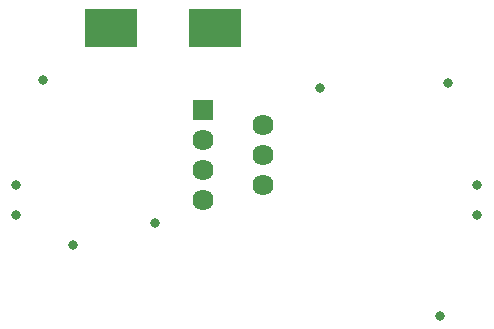
<source format=gbr>
%TF.GenerationSoftware,KiCad,Pcbnew,(5.1.10-1-10_14)*%
%TF.CreationDate,2021-10-31T04:10:36-04:00*%
%TF.ProjectId,Readout-DC-Board,52656164-6f75-4742-9d44-432d426f6172,rev?*%
%TF.SameCoordinates,Original*%
%TF.FileFunction,Copper,L3,Inr*%
%TF.FilePolarity,Positive*%
%FSLAX46Y46*%
G04 Gerber Fmt 4.6, Leading zero omitted, Abs format (unit mm)*
G04 Created by KiCad (PCBNEW (5.1.10-1-10_14)) date 2021-10-31 04:10:36*
%MOMM*%
%LPD*%
G01*
G04 APERTURE LIST*
%TA.AperFunction,ComponentPad*%
%ADD10R,4.500000X3.300000*%
%TD*%
%TA.AperFunction,ComponentPad*%
%ADD11C,1.790000*%
%TD*%
%TA.AperFunction,ComponentPad*%
%ADD12R,1.790000X1.790000*%
%TD*%
%TA.AperFunction,ViaPad*%
%ADD13C,0.800000*%
%TD*%
G04 APERTURE END LIST*
D10*
%TO.N,Net-(C3-Pad1)*%
%TO.C,D1*%
X95205000Y-100965000D03*
%TO.N,GND*%
X86405000Y-100965000D03*
%TD*%
D11*
%TO.N,Net-(U1-Pad7)*%
%TO.C,U1*%
X94267500Y-115570000D03*
%TO.N,Net-(R1-Pad2)*%
X99347500Y-114300000D03*
%TO.N,N/C*%
X94267500Y-113030000D03*
%TO.N,GND*%
X99347500Y-111760000D03*
%TO.N,Net-(C3-Pad2)*%
X94267500Y-110490000D03*
%TO.N,Net-(C1-Pad1)*%
X99347500Y-109220000D03*
D12*
%TO.N,Net-(C3-Pad1)*%
X94267500Y-107950000D03*
%TD*%
D13*
%TO.N,Net-(C1-Pad1)*%
X80645000Y-105410000D03*
%TO.N,GND*%
X90170000Y-117475000D03*
X83185000Y-119380000D03*
X104140000Y-106045000D03*
X114300000Y-125425200D03*
X117449600Y-116840000D03*
X117449600Y-114300000D03*
X78435200Y-114300000D03*
X78435200Y-116840000D03*
%TO.N,Net-(C4-Pad1)*%
X114947700Y-105651300D03*
%TD*%
M02*

</source>
